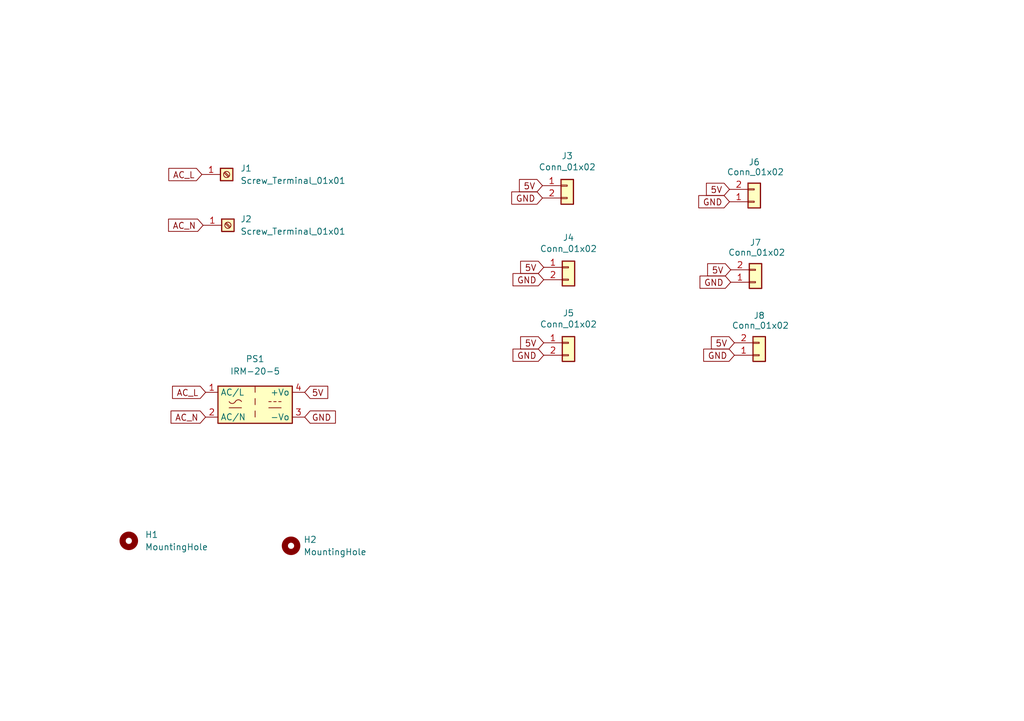
<source format=kicad_sch>
(kicad_sch (version 20211123) (generator eeschema)
  (paper "A5")
  (lib_symbols
    (symbol "Connector:Screw_Terminal_01x01" (pin_names (offset 1.016) hide)
      (property "Reference" "J" (at 0 2.54 0))
      (property "Value" "Screw_Terminal_01x01" (at 0 -2.54 0))
      (symbol "Screw_Terminal_01x01_1_1"
        (rectangle (start -1.27 1.27) (end 1.27 -1.27) (stroke (width 0.254)) (fill (type background)))
        (polyline (pts (xy -0.5334 0.3302) (xy 0.3302 -0.508)) (stroke (width 0.1524)))
        (polyline (pts (xy -0.3556 0.508) (xy 0.508 -0.3302)) (stroke (width 0.1524)))
        (circle (center 0 0) (radius 0.635) (stroke (width 0.1524)))
        (pin passive line (at -5.08 0 0) (length 3.81) (name "Pin_1") (number "1"))
      )
    )
    (symbol "Connector_Generic:Conn_01x02" (pin_names (offset 1.016) hide)
      (property "Reference" "J" (at 0 2.54 0))
      (property "Value" "Conn_01x02" (at 0 -5.08 0))
      (symbol "Conn_01x02_1_1"
        (rectangle (start -1.27 -2.413) (end 0 -2.667) (stroke (width 0.1524)))
        (rectangle (start -1.27 0.127) (end 0 -0.127) (stroke (width 0.1524)))
        (rectangle (start -1.27 1.27) (end 1.27 -3.81) (stroke (width 0.254)) (fill (type background)))
        (pin passive line (at -5.08 0 0) (length 3.81) (name "Pin_1") (number "1"))
        (pin passive line (at -5.08 -2.54 0) (length 3.81) (name "Pin_2") (number "2"))
      )
    )
    (symbol "Converter_ACDC:IRM-20-5"
      (property "Reference" "PS" (at 0 5.08 0))
      (property "Value" "IRM-20-5" (at 0 -5.08 0))
      (symbol "IRM-20-5_0_1"
        (rectangle (start -7.62 3.81) (end 7.62 -3.81) (stroke (width 0.254)) (fill (type background)))
        (arc (start -5.334 0.635) (mid -4.699 0.2495) (end -4.064 0.635))
        (arc (start -2.794 0.635) (mid -3.429 1.0072) (end -4.064 0.635))
        (polyline (pts (xy -5.334 -0.635) (xy -2.794 -0.635)))
        (polyline (pts (xy 0 -1.27) (xy 0 -2.54)))
        (polyline (pts (xy 0 1.27) (xy 0 0)))
        (polyline (pts (xy 0 3.81) (xy 0 2.54)))
        (polyline (pts (xy 2.794 -0.635) (xy 5.334 -0.635)))
        (polyline (pts (xy 2.794 0.635) (xy 3.302 0.635)))
        (polyline (pts (xy 3.81 0.635) (xy 4.318 0.635)))
        (polyline (pts (xy 4.826 0.635) (xy 5.334 0.635)))
      )
      (symbol "IRM-20-5_1_1"
        (pin power_in line (at -10.16 2.54 0) (length 2.54) (name "AC/L") (number "1"))
        (pin power_in line (at -10.16 -2.54 0) (length 2.54) (name "AC/N") (number "2"))
        (pin power_out line (at 10.16 -2.54 180) (length 2.54) (name "-Vo") (number "3"))
        (pin power_out line (at 10.16 2.54 180) (length 2.54) (name "+Vo") (number "4"))
      )
    )
    (symbol "Mechanical:MountingHole" (pin_names (offset 1.016))
      (property "Reference" "H" (at 0 5.08 0))
      (property "Value" "MountingHole" (at 0 3.175 0))
      (symbol "MountingHole_0_1"
        (circle (center 0 0) (radius 1.27) (stroke (width 1.27)))
      )
    )
  )
  (global_label "GND" (shape input) (at 111.506 72.898 180) (property "Intersheet References" "${INTERSHEET_REFS}" (effects hide)))
  (global_label "AC_L" (shape input) (at 42.164 80.518 180) (property "Intersheet References" "${INTERSHEET_REFS}" (effects hide)))
  (global_label "GND" (shape input) (at 150.622 72.898 180) (property "Intersheet References" "${INTERSHEET_REFS}" (effects hide)))
  (global_label "AC_L" (shape input) (at 41.402 35.814 180) (property "Intersheet References" "${INTERSHEET_REFS}" (effects hide)))
  (global_label "5V" (shape input) (at 62.484 80.518 0) (property "Intersheet References" "${INTERSHEET_REFS}" (effects hide)))
  (global_label "GND" (shape input) (at 149.606 41.402 180) (property "Intersheet References" "${INTERSHEET_REFS}" (effects hide)))
  (global_label "5V" (shape input) (at 150.622 70.358 180) (property "Intersheet References" "${INTERSHEET_REFS}" (effects hide)))
  (global_label "5V" (shape input) (at 149.86 55.372 180) (property "Intersheet References" "${INTERSHEET_REFS}" (effects hide)))
  (global_label "GND" (shape input) (at 111.252 40.64 180) (property "Intersheet References" "${INTERSHEET_REFS}" (effects hide)))
  (global_label "5V" (shape input) (at 111.252 38.1 180) (property "Intersheet References" "${INTERSHEET_REFS}" (effects hide)))
  (global_label "GND" (shape input) (at 149.86 57.912 180) (property "Intersheet References" "${INTERSHEET_REFS}" (effects hide)))
  (global_label "AC_N" (shape input) (at 42.164 85.598 180) (property "Intersheet References" "${INTERSHEET_REFS}" (effects hide)))
  (global_label "5V" (shape input) (at 111.506 70.358 180) (property "Intersheet References" "${INTERSHEET_REFS}" (effects hide)))
  (global_label "5V" (shape input) (at 149.606 38.862 180) (property "Intersheet References" "${INTERSHEET_REFS}" (effects hide)))
  (global_label "GND" (shape input) (at 62.484 85.598 0) (property "Intersheet References" "${INTERSHEET_REFS}" (effects hide)))
  (global_label "GND" (shape input) (at 111.506 57.404 180) (property "Intersheet References" "${INTERSHEET_REFS}" (effects hide)))
  (global_label "AC_N" (shape input) (at 41.656 46.228 180) (property "Intersheet References" "${INTERSHEET_REFS}" (effects hide)))
  (global_label "5V" (shape input) (at 111.506 54.864 180) (property "Intersheet References" "${INTERSHEET_REFS}" (effects hide)))
  (symbol (lib_id "Mechanical:MountingHole") (at 26.416 110.998 0) (unit 1)
    (property "Reference" "H1" (at 29.718 109.7279 0) (effects (justify left)))
    (property "Value" "MountingHole" (at 29.718 112.2679 0) (effects (justify left)))
    (property "Footprint" "MountingHole:MountingHole_2.2mm_M2_Pad" (effects hide))
  )
  (symbol (lib_id "Mechanical:MountingHole") (at 59.69 112.014 0) (unit 1)
    (property "Reference" "H2" (at 62.23 110.7439 0) (effects (justify left)))
    (property "Value" "MountingHole" (at 62.23 113.2839 0) (effects (justify left)))
    (property "Footprint" "MountingHole:MountingHole_2.2mm_M2_Pad" (effects hide))
  )
  (symbol (lib_id "Connector:Screw_Terminal_01x01") (at 46.482 35.814 0) (unit 1)
    (property "Reference" "J1" (at 49.276 34.5439 0) (effects (justify left)))
    (property "Value" "Screw_Terminal_01x01" (at 49.276 37.0839 0) (effects (justify left)))
    (property "Footprint" "klib:DORABO_DB136HA-10.16-1P" (effects hide))
  )
  (symbol (lib_id "Connector_Generic:Conn_01x02") (at 116.586 70.358 0) (unit 1)
    (property "Reference" "J5" (at 116.586 64.262 0))
    (property "Value" "Conn_01x02" (at 116.586 66.548 0))
    (property "Footprint" "klib:MOLEX_533750210-Mini-Lock-2Pin-Through-Hole" (effects hide))
  )
  (symbol (lib_id "Connector_Generic:Conn_01x02") (at 116.332 38.1 0) (unit 1)
    (property "Reference" "J3" (at 116.332 32.004 0))
    (property "Value" "Conn_01x02" (at 116.332 34.29 0))
    (property "Footprint" "klib:MOLEX_533750210-Mini-Lock-2Pin-Through-Hole" (effects hide))
  )
  (symbol (lib_id "Converter_ACDC:IRM-20-5") (at 52.324 83.058 0) (unit 1)
    (property "Reference" "PS1" (at 52.324 73.66 0))
    (property "Value" "IRM-20-5" (at 52.324 76.2 0))
    (property "Footprint" "Converter_ACDC:Converter_ACDC_MeanWell_IRM-20-xx_THT" (effects hide))
    (property "Datasheet" "http://www.meanwell.com/Upload/PDF/IRM-20/IRM-20-SPEC.PDF" (effects hide))
  )
  (symbol (lib_id "Connector_Generic:Conn_01x02") (at 154.686 41.402 0) (mirror x) (unit 1)
    (property "Reference" "J6" (at 154.686 33.274 0))
    (property "Value" "Conn_01x02" (at 154.94 35.306 0))
    (property "Footprint" "klib:MOLEX_533750210-Mini-Lock-2Pin-Through-Hole" (effects hide))
  )
  (symbol (lib_id "Connector:Screw_Terminal_01x01") (at 46.736 46.228 0) (unit 1)
    (property "Reference" "J2" (at 49.276 44.9579 0) (effects (justify left)))
    (property "Value" "Screw_Terminal_01x01" (at 49.276 47.4979 0) (effects (justify left)))
    (property "Footprint" "klib:DORABO_DB136HA-10.16-1P" (effects hide))
  )
  (symbol (lib_id "Connector_Generic:Conn_01x02") (at 154.94 57.912 0) (mirror x) (unit 1)
    (property "Reference" "J7" (at 154.94 49.784 0))
    (property "Value" "Conn_01x02" (at 155.194 51.816 0))
    (property "Footprint" "klib:MOLEX_533750210-Mini-Lock-2Pin-Through-Hole" (effects hide))
  )
  (symbol (lib_id "Connector_Generic:Conn_01x02") (at 155.702 72.898 0) (mirror x) (unit 1)
    (property "Reference" "J8" (at 155.702 64.77 0))
    (property "Value" "Conn_01x02" (at 155.956 66.802 0))
    (property "Footprint" "klib:MOLEX_533750210-Mini-Lock-2Pin-Through-Hole" (effects hide))
  )
  (symbol (lib_id "Connector_Generic:Conn_01x02") (at 116.586 54.864 0) (unit 1)
    (property "Reference" "J4" (at 116.586 48.768 0))
    (property "Value" "Conn_01x02" (at 116.586 51.054 0))
    (property "Footprint" "klib:MOLEX_533750210-Mini-Lock-2Pin-Through-Hole" (effects hide))
  )
)
</source>
